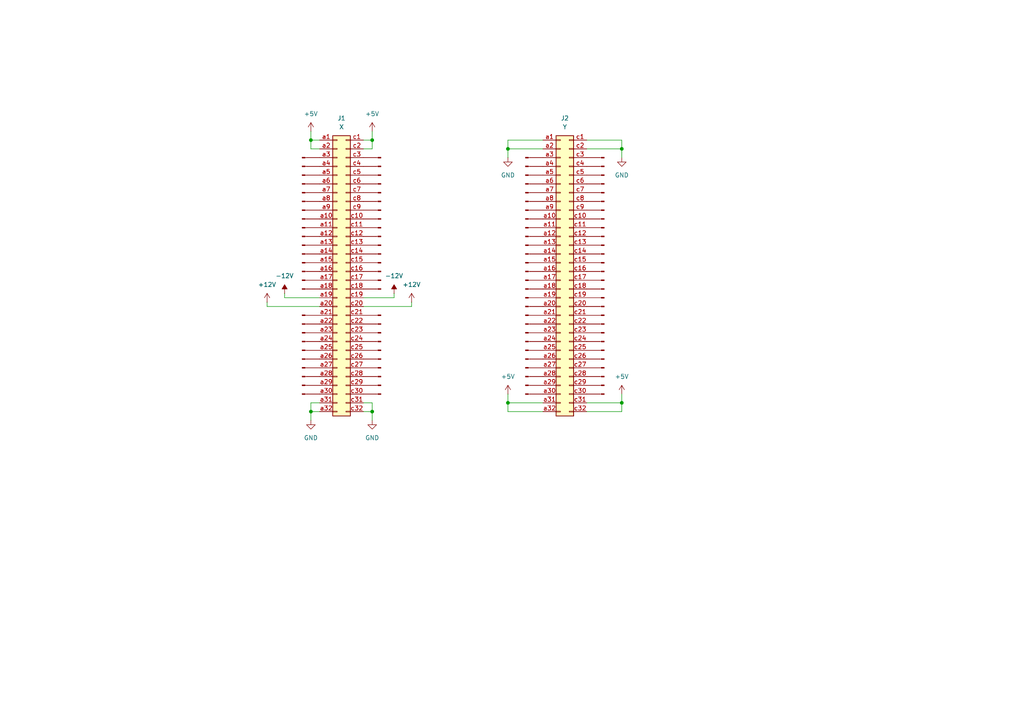
<source format=kicad_sch>
(kicad_sch (version 20231120) (generator "eeschema") (generator_version "8.0")
  (paper "A4")
  (lib_symbols
    (symbol "Connector:Conn_01x01_Pin" (pin_numbers hide) (pin_names (offset 1.016) hide)
      (symbol "Conn_01x01_Pin_1_1"
        (polyline (pts (xy 1.27 0) (xy 0.8636 0)) (stroke (width 0.1524)))
        (rectangle (start 0.8636 0.127) (end 0 -0.127) (stroke (width 0.1524)) (fill (type outline)))
        (pin passive line (at 5.08 0 180) (length 3.81) (name "Pin_1") (number "1"))
      )
    )
    (symbol "Connector:DIN41612_02x32_AC" (pin_names (offset 1.016) hide)
      (property "Reference" "J" (at 1.27 40.64 0))
      (property "Value" "DIN41612_02x32_AC" (at 1.27 -43.18 0))
      (symbol "DIN41612_02x32_AC_1_1"
        (rectangle (start -1.27 -40.513) (end 0 -40.767) (stroke (width 0.1524)))
        (rectangle (start -1.27 -37.973) (end 0 -38.227) (stroke (width 0.1524)))
        (rectangle (start -1.27 -35.433) (end 0 -35.687) (stroke (width 0.1524)))
        (rectangle (start -1.27 -32.893) (end 0 -33.147) (stroke (width 0.1524)))
        (rectangle (start -1.27 -30.353) (end 0 -30.607) (stroke (width 0.1524)))
        (rectangle (start -1.27 -27.813) (end 0 -28.067) (stroke (width 0.1524)))
        (rectangle (start -1.27 -25.273) (end 0 -25.527) (stroke (width 0.1524)))
        (rectangle (start -1.27 -22.733) (end 0 -22.987) (stroke (width 0.1524)))
        (rectangle (start -1.27 -20.193) (end 0 -20.447) (stroke (width 0.1524)))
        (rectangle (start -1.27 -17.653) (end 0 -17.907) (stroke (width 0.1524)))
        (rectangle (start -1.27 -15.113) (end 0 -15.367) (stroke (width 0.1524)))
        (rectangle (start -1.27 -12.573) (end 0 -12.827) (stroke (width 0.1524)))
        (rectangle (start -1.27 -10.033) (end 0 -10.287) (stroke (width 0.1524)))
        (rectangle (start -1.27 -7.493) (end 0 -7.747) (stroke (width 0.1524)))
        (rectangle (start -1.27 -4.953) (end 0 -5.207) (stroke (width 0.1524)))
        (rectangle (start -1.27 -2.413) (end 0 -2.667) (stroke (width 0.1524)))
        (rectangle (start -1.27 0.127) (end 0 -0.127) (stroke (width 0.1524)))
        (rectangle (start -1.27 2.667) (end 0 2.413) (stroke (width 0.1524)))
        (rectangle (start -1.27 5.207) (end 0 4.953) (stroke (width 0.1524)))
        (rectangle (start -1.27 7.747) (end 0 7.493) (stroke (width 0.1524)))
        (rectangle (start -1.27 10.287) (end 0 10.033) (stroke (width 0.1524)))
        (rectangle (start -1.27 12.827) (end 0 12.573) (stroke (width 0.1524)))
        (rectangle (start -1.27 15.367) (end 0 15.113) (stroke (width 0.1524)))
        (rectangle (start -1.27 17.907) (end 0 17.653) (stroke (width 0.1524)))
        (rectangle (start -1.27 20.447) (end 0 20.193) (stroke (width 0.1524)))
        (rectangle (start -1.27 22.987) (end 0 22.733) (stroke (width 0.1524)))
        (rectangle (start -1.27 25.527) (end 0 25.273) (stroke (width 0.1524)))
        (rectangle (start -1.27 28.067) (end 0 27.813) (stroke (width 0.1524)))
        (rectangle (start -1.27 30.607) (end 0 30.353) (stroke (width 0.1524)))
        (rectangle (start -1.27 33.147) (end 0 32.893) (stroke (width 0.1524)))
        (rectangle (start -1.27 35.687) (end 0 35.433) (stroke (width 0.1524)))
        (rectangle (start -1.27 38.227) (end 0 37.973) (stroke (width 0.1524)))
        (rectangle (start -1.27 39.37) (end 3.81 -41.91) (stroke (width 0.254)) (fill (type background)))
        (rectangle (start 3.81 -40.513) (end 2.54 -40.767) (stroke (width 0.1524)))
        (rectangle (start 3.81 -37.973) (end 2.54 -38.227) (stroke (width 0.1524)))
        (rectangle (start 3.81 -35.433) (end 2.54 -35.687) (stroke (width 0.1524)))
        (rectangle (start 3.81 -32.893) (end 2.54 -33.147) (stroke (width 0.1524)))
        (rectangle (start 3.81 -30.353) (end 2.54 -30.607) (stroke (width 0.1524)))
        (rectangle (start 3.81 -27.813) (end 2.54 -28.067) (stroke (width 0.1524)))
        (rectangle (start 3.81 -25.273) (end 2.54 -25.527) (stroke (width 0.1524)))
        (rectangle (start 3.81 -22.733) (end 2.54 -22.987) (stroke (width 0.1524)))
        (rectangle (start 3.81 -20.193) (end 2.54 -20.447) (stroke (width 0.1524)))
        (rectangle (start 3.81 -17.653) (end 2.54 -17.907) (stroke (width 0.1524)))
        (rectangle (start 3.81 -15.113) (end 2.54 -15.367) (stroke (width 0.1524)))
        (rectangle (start 3.81 -12.573) (end 2.54 -12.827) (stroke (width 0.1524)))
        (rectangle (start 3.81 -10.033) (end 2.54 -10.287) (stroke (width 0.1524)))
        (rectangle (start 3.81 -7.493) (end 2.54 -7.747) (stroke (width 0.1524)))
        (rectangle (start 3.81 -4.953) (end 2.54 -5.207) (stroke (width 0.1524)))
        (rectangle (start 3.81 -2.413) (end 2.54 -2.667) (stroke (width 0.1524)))
        (rectangle (start 3.81 0.127) (end 2.54 -0.127) (stroke (width 0.1524)))
        (rectangle (start 3.81 2.667) (end 2.54 2.413) (stroke (width 0.1524)))
        (rectangle (start 3.81 5.207) (end 2.54 4.953) (stroke (width 0.1524)))
        (rectangle (start 3.81 7.747) (end 2.54 7.493) (stroke (width 0.1524)))
        (rectangle (start 3.81 10.287) (end 2.54 10.033) (stroke (width 0.1524)))
        (rectangle (start 3.81 12.827) (end 2.54 12.573) (stroke (width 0.1524)))
        (rectangle (start 3.81 15.367) (end 2.54 15.113) (stroke (width 0.1524)))
        (rectangle (start 3.81 17.907) (end 2.54 17.653) (stroke (width 0.1524)))
        (rectangle (start 3.81 20.447) (end 2.54 20.193) (stroke (width 0.1524)))
        (rectangle (start 3.81 22.987) (end 2.54 22.733) (stroke (width 0.1524)))
        (rectangle (start 3.81 25.527) (end 2.54 25.273) (stroke (width 0.1524)))
        (rectangle (start 3.81 28.067) (end 2.54 27.813) (stroke (width 0.1524)))
        (rectangle (start 3.81 30.607) (end 2.54 30.353) (stroke (width 0.1524)))
        (rectangle (start 3.81 33.147) (end 2.54 32.893) (stroke (width 0.1524)))
        (rectangle (start 3.81 35.687) (end 2.54 35.433) (stroke (width 0.1524)))
        (rectangle (start 3.81 38.227) (end 2.54 37.973) (stroke (width 0.1524)))
        (pin passive line (at -5.08 38.1 0) (length 3.81) (name "Pin_a1") (number "a1"))
        (pin passive line (at -5.08 15.24 0) (length 3.81) (name "Pin_a10") (number "a10"))
        (pin passive line (at -5.08 12.7 0) (length 3.81) (name "Pin_a11") (number "a11"))
        (pin passive line (at -5.08 10.16 0) (length 3.81) (name "Pin_a12") (number "a12"))
        (pin passive line (at -5.08 7.62 0) (length 3.81) (name "Pin_a13") (number "a13"))
        (pin passive line (at -5.08 5.08 0) (length 3.81) (name "Pin_a14") (number "a14"))
        (pin passive line (at -5.08 2.54 0) (length 3.81) (name "Pin_a15") (number "a15"))
        (pin passive line (at -5.08 0 0) (length 3.81) (name "Pin_a16") (number "a16"))
        (pin passive line (at -5.08 -2.54 0) (length 3.81) (name "Pin_a17") (number "a17"))
        (pin passive line (at -5.08 -5.08 0) (length 3.81) (name "Pin_a18") (number "a18"))
        (pin passive line (at -5.08 -7.62 0) (length 3.81) (name "Pin_a19") (number "a19"))
        (pin passive line (at -5.08 35.56 0) (length 3.81) (name "Pin_a2") (number "a2"))
        (pin passive line (at -5.08 -10.16 0) (length 3.81) (name "Pin_a20") (number "a20"))
        (pin passive line (at -5.08 -12.7 0) (length 3.81) (name "Pin_a21") (number "a21"))
        (pin passive line (at -5.08 -15.24 0) (length 3.81) (name "Pin_a22") (number "a22"))
        (pin passive line (at -5.08 -17.78 0) (length 3.81) (name "Pin_a23") (number "a23"))
        (pin passive line (at -5.08 -20.32 0) (length 3.81) (name "Pin_a24") (number "a24"))
        (pin passive line (at -5.08 -22.86 0) (length 3.81) (name "Pin_a25") (number "a25"))
        (pin passive line (at -5.08 -25.4 0) (length 3.81) (name "Pin_a26") (number "a26"))
        (pin passive line (at -5.08 -27.94 0) (length 3.81) (name "Pin_a27") (number "a27"))
        (pin passive line (at -5.08 -30.48 0) (length 3.81) (name "Pin_a28") (number "a28"))
        (pin passive line (at -5.08 -33.02 0) (length 3.81) (name "Pin_a29") (number "a29"))
        (pin passive line (at -5.08 33.02 0) (length 3.81) (name "Pin_a3") (number "a3"))
        (pin passive line (at -5.08 -35.56 0) (length 3.81) (name "Pin_a30") (number "a30"))
        (pin passive line (at -5.08 -38.1 0) (length 3.81) (name "Pin_a31") (number "a31"))
        (pin passive line (at -5.08 -40.64 0) (length 3.81) (name "Pin_a32") (number "a32"))
        (pin passive line (at -5.08 30.48 0) (length 3.81) (name "Pin_a4") (number "a4"))
        (pin passive line (at -5.08 27.94 0) (length 3.81) (name "Pin_a5") (number "a5"))
        (pin passive line (at -5.08 25.4 0) (length 3.81) (name "Pin_a6") (number "a6"))
        (pin passive line (at -5.08 22.86 0) (length 3.81) (name "Pin_a7") (number "a7"))
        (pin passive line (at -5.08 20.32 0) (length 3.81) (name "Pin_a8") (number "a8"))
        (pin passive line (at -5.08 17.78 0) (length 3.81) (name "Pin_a9") (number "a9"))
        (pin passive line (at 7.62 38.1 180) (length 3.81) (name "Pin_c1") (number "c1"))
        (pin passive line (at 7.62 15.24 180) (length 3.81) (name "Pin_c10") (number "c10"))
        (pin passive line (at 7.62 12.7 180) (length 3.81) (name "Pin_c11") (number "c11"))
        (pin passive line (at 7.62 10.16 180) (length 3.81) (name "Pin_c12") (number "c12"))
        (pin passive line (at 7.62 7.62 180) (length 3.81) (name "Pin_c13") (number "c13"))
        (pin passive line (at 7.62 5.08 180) (length 3.81) (name "Pin_c14") (number "c14"))
        (pin passive line (at 7.62 2.54 180) (length 3.81) (name "Pin_c15") (number "c15"))
        (pin passive line (at 7.62 0 180) (length 3.81) (name "Pin_c16") (number "c16"))
        (pin passive line (at 7.62 -2.54 180) (length 3.81) (name "Pin_c17") (number "c17"))
        (pin passive line (at 7.62 -5.08 180) (length 3.81) (name "Pin_c18") (number "c18"))
        (pin passive line (at 7.62 -7.62 180) (length 3.81) (name "Pin_c19") (number "c19"))
        (pin passive line (at 7.62 35.56 180) (length 3.81) (name "Pin_c2") (number "c2"))
        (pin passive line (at 7.62 -10.16 180) (length 3.81) (name "Pin_c20") (number "c20"))
        (pin passive line (at 7.62 -12.7 180) (length 3.81) (name "Pin_c21") (number "c21"))
        (pin passive line (at 7.62 -15.24 180) (length 3.81) (name "Pin_c22") (number "c22"))
        (pin passive line (at 7.62 -17.78 180) (length 3.81) (name "Pin_c23") (number "c23"))
        (pin passive line (at 7.62 -20.32 180) (length 3.81) (name "Pin_c24") (number "c24"))
        (pin passive line (at 7.62 -22.86 180) (length 3.81) (name "Pin_c25") (number "c25"))
        (pin passive line (at 7.62 -25.4 180) (length 3.81) (name "Pin_c26") (number "c26"))
        (pin passive line (at 7.62 -27.94 180) (length 3.81) (name "Pin_c27") (number "c27"))
        (pin passive line (at 7.62 -30.48 180) (length 3.81) (name "Pin_c28") (number "c28"))
        (pin passive line (at 7.62 -33.02 180) (length 3.81) (name "Pin_c29") (number "c29"))
        (pin passive line (at 7.62 33.02 180) (length 3.81) (name "Pin_c3") (number "c3"))
        (pin passive line (at 7.62 -35.56 180) (length 3.81) (name "Pin_c30") (number "c30"))
        (pin passive line (at 7.62 -38.1 180) (length 3.81) (name "Pin_c31") (number "c31"))
        (pin passive line (at 7.62 -40.64 180) (length 3.81) (name "Pin_c32") (number "c32"))
        (pin passive line (at 7.62 30.48 180) (length 3.81) (name "Pin_c4") (number "c4"))
        (pin passive line (at 7.62 27.94 180) (length 3.81) (name "Pin_c5") (number "c5"))
        (pin passive line (at 7.62 25.4 180) (length 3.81) (name "Pin_c6") (number "c6"))
        (pin passive line (at 7.62 22.86 180) (length 3.81) (name "Pin_c7") (number "c7"))
        (pin passive line (at 7.62 20.32 180) (length 3.81) (name "Pin_c8") (number "c8"))
        (pin passive line (at 7.62 17.78 180) (length 3.81) (name "Pin_c9") (number "c9"))
      )
    )
    (symbol "power:+12V" (power) (pin_numbers hide) (pin_names (offset 0) hide)
      (property "Value" "+12V" (at 0 3.556 0))
      (symbol "+12V_0_1"
        (polyline (pts (xy -0.762 1.27) (xy 0 2.54)))
        (polyline (pts (xy 0 0) (xy 0 2.54)))
        (polyline (pts (xy 0 2.54) (xy 0.762 1.27)))
      )
      (symbol "+12V_1_1"
        (pin power_in line (at 0 0 90) (length 0) (name "~") (number "1"))
      )
    )
    (symbol "power:+5V" (power) (pin_numbers hide) (pin_names (offset 0) hide)
      (property "Value" "+5V" (at 0 3.556 0))
      (symbol "+5V_0_1"
        (polyline (pts (xy -0.762 1.27) (xy 0 2.54)))
        (polyline (pts (xy 0 0) (xy 0 2.54)))
        (polyline (pts (xy 0 2.54) (xy 0.762 1.27)))
      )
      (symbol "+5V_1_1"
        (pin power_in line (at 0 0 90) (length 0) (name "~") (number "1"))
      )
    )
    (symbol "power:-12V" (power) (pin_numbers hide) (pin_names (offset 0) hide)
      (property "Value" "-12V" (at 0 3.556 0))
      (symbol "-12V_0_0"
        (pin power_in line (at 0 0 90) (length 0) (name "~") (number "1"))
      )
      (symbol "-12V_0_1"
        (polyline (pts (xy 0 0) (xy 0 1.27) (xy 0.762 1.27) (xy 0 2.54) (xy -0.762 1.27) (xy 0 1.27)) (fill (type outline)))
      )
    )
    (symbol "power:GND" (power) (pin_numbers hide) (pin_names (offset 0) hide)
      (property "Value" "GND" (at 0 -3.81 0))
      (symbol "GND_0_1"
        (polyline (pts (xy 0 0) (xy 0 -1.27) (xy 1.27 -1.27) (xy 0 -2.54) (xy -1.27 -1.27) (xy 0 -1.27)))
      )
      (symbol "GND_1_1"
        (pin power_in line (at 0 0 270) (length 0) (name "~") (number "1"))
      )
    )
  )
  (junction (at 107.95 40.64))
  (junction (at 180.34 43.18))
  (junction (at 180.34 116.84))
  (junction (at 90.17 119.38))
  (junction (at 147.32 43.18))
  (junction (at 147.32 116.84))
  (junction (at 90.17 40.64))
  (junction (at 107.95 119.38))
  (wire (pts (xy 107.95 43.18) (xy 105.41 43.18)))
  (wire (pts (xy 170.18 116.84) (xy 180.34 116.84)))
  (wire (pts (xy 90.17 121.92) (xy 90.17 119.38)))
  (wire (pts (xy 119.38 87.63) (xy 119.38 88.9)))
  (wire (pts (xy 180.34 114.3) (xy 180.34 116.84)))
  (wire (pts (xy 90.17 43.18) (xy 90.17 40.64)))
  (wire (pts (xy 170.18 43.18) (xy 180.34 43.18)))
  (wire (pts (xy 114.3 86.36) (xy 105.41 86.36)))
  (wire (pts (xy 147.32 45.72) (xy 147.32 43.18)))
  (wire (pts (xy 147.32 119.38) (xy 157.48 119.38)))
  (wire (pts (xy 180.34 40.64) (xy 180.34 43.18)))
  (wire (pts (xy 90.17 40.64) (xy 92.71 40.64)))
  (wire (pts (xy 147.32 114.3) (xy 147.32 116.84)))
  (wire (pts (xy 107.95 116.84) (xy 105.41 116.84)))
  (wire (pts (xy 180.34 43.18) (xy 180.34 45.72)))
  (wire (pts (xy 180.34 40.64) (xy 170.18 40.64)))
  (wire (pts (xy 147.32 116.84) (xy 157.48 116.84)))
  (wire (pts (xy 147.32 43.18) (xy 157.48 43.18)))
  (wire (pts (xy 105.41 119.38) (xy 107.95 119.38)))
  (wire (pts (xy 180.34 116.84) (xy 180.34 119.38)))
  (wire (pts (xy 107.95 121.92) (xy 107.95 119.38)))
  (wire (pts (xy 107.95 119.38) (xy 107.95 116.84)))
  (wire (pts (xy 107.95 38.1) (xy 107.95 40.64)))
  (wire (pts (xy 119.38 88.9) (xy 105.41 88.9)))
  (wire (pts (xy 77.47 88.9) (xy 92.71 88.9)))
  (wire (pts (xy 90.17 38.1) (xy 90.17 40.64)))
  (wire (pts (xy 114.3 85.09) (xy 114.3 86.36)))
  (wire (pts (xy 90.17 119.38) (xy 90.17 116.84)))
  (wire (pts (xy 90.17 116.84) (xy 92.71 116.84)))
  (wire (pts (xy 180.34 119.38) (xy 170.18 119.38)))
  (wire (pts (xy 107.95 40.64) (xy 107.95 43.18)))
  (wire (pts (xy 147.32 116.84) (xy 147.32 119.38)))
  (wire (pts (xy 77.47 87.63) (xy 77.47 88.9)))
  (wire (pts (xy 82.55 86.36) (xy 92.71 86.36)))
  (wire (pts (xy 147.32 40.64) (xy 147.32 43.18)))
  (wire (pts (xy 92.71 43.18) (xy 90.17 43.18)))
  (wire (pts (xy 157.48 40.64) (xy 147.32 40.64)))
  (wire (pts (xy 82.55 85.09) (xy 82.55 86.36)))
  (wire (pts (xy 90.17 119.38) (xy 92.71 119.38)))
  (wire (pts (xy 105.41 40.64) (xy 107.95 40.64)))
  (symbol (lib_id "Connector:Conn_01x01_Pin") (at 87.63 50.8 0) (unit 1)
    (property "Reference" "J5" (effects (hide yes)))
    (property "Value" "Conn_01x01_Pin" (effects (hide yes)))
    (property "Description" "Generic connector, single row, 01x01, script generated" (effects (hide yes)))
  )
  (symbol (lib_id "Connector:Conn_01x01_Pin") (at 175.26 104.14 0) (mirror y) (unit 1)
    (property "Reference" "J58" (effects (hide yes)))
    (property "Value" "Conn_01x01_Pin" (effects (hide yes)))
    (property "Description" "Generic connector, single row, 01x01, script generated" (effects (hide yes)))
  )
  (symbol (lib_id "Connector:Conn_01x01_Pin") (at 87.63 73.66 0) (unit 1)
    (property "Reference" "J94" (effects (hide yes)))
    (property "Value" "Conn_01x01_Pin" (effects (hide yes)))
    (property "Description" "Generic connector, single row, 01x01, script generated" (effects (hide yes)))
  )
  (symbol (lib_id "Connector:Conn_01x01_Pin") (at 110.49 106.68 0) (mirror y) (unit 1)
    (property "Reference" "J81" (effects (hide yes)))
    (property "Value" "Conn_01x01_Pin" (effects (hide yes)))
    (property "Description" "Generic connector, single row, 01x01, script generated" (effects (hide yes)))
  )
  (symbol (lib_id "Connector:Conn_01x01_Pin") (at 175.26 66.04 0) (mirror y) (unit 1)
    (property "Reference" "J43" (effects (hide yes)))
    (property "Value" "Conn_01x01_Pin" (effects (hide yes)))
    (property "Description" "Generic connector, single row, 01x01, script generated" (effects (hide yes)))
  )
  (symbol (lib_id "Connector:Conn_01x01_Pin") (at 110.49 73.66 0) (mirror y) (unit 1)
    (property "Reference" "J70" (effects (hide yes)))
    (property "Value" "Conn_01x01_Pin" (effects (hide yes)))
    (property "Description" "Generic connector, single row, 01x01, script generated" (effects (hide yes)))
  )
  (symbol (lib_id "Connector:Conn_01x01_Pin") (at 152.4 68.58 0) (unit 1)
    (property "Reference" "J20" (effects (hide yes)))
    (property "Value" "Conn_01x01_Pin" (effects (hide yes)))
    (property "Description" "Generic connector, single row, 01x01, script generated" (effects (hide yes)))
  )
  (symbol (lib_id "Connector:Conn_01x01_Pin") (at 110.49 48.26 0) (mirror y) (unit 1)
    (property "Reference" "J60" (effects (hide yes)))
    (property "Value" "Conn_01x01_Pin" (effects (hide yes)))
    (property "Description" "Generic connector, single row, 01x01, script generated" (effects (hide yes)))
  )
  (symbol (lib_id "Connector:Conn_01x01_Pin") (at 152.4 106.68 0) (unit 1)
    (property "Reference" "J107" (effects (hide yes)))
    (property "Value" "Conn_01x01_Pin" (effects (hide yes)))
    (property "Description" "Generic connector, single row, 01x01, script generated" (effects (hide yes)))
  )
  (symbol (lib_id "Connector:Conn_01x01_Pin") (at 175.26 71.12 0) (mirror y) (unit 1)
    (property "Reference" "J45" (effects (hide yes)))
    (property "Value" "Conn_01x01_Pin" (effects (hide yes)))
    (property "Description" "Generic connector, single row, 01x01, script generated" (effects (hide yes)))
  )
  (symbol (lib_id "Connector:Conn_01x01_Pin") (at 110.49 58.42 0) (mirror y) (unit 1)
    (property "Reference" "J64" (effects (hide yes)))
    (property "Value" "Conn_01x01_Pin" (effects (hide yes)))
    (property "Description" "Generic connector, single row, 01x01, script generated" (effects (hide yes)))
  )
  (symbol (lib_id "Connector:Conn_01x01_Pin") (at 87.63 101.6 0) (unit 1)
    (property "Reference" "J87" (effects (hide yes)))
    (property "Value" "Conn_01x01_Pin" (effects (hide yes)))
    (property "Description" "Generic connector, single row, 01x01, script generated" (effects (hide yes)))
  )
  (symbol (lib_id "power:+12V") (at 119.38 87.63 0) (mirror y) (unit 1)
    (property "Reference" "#PWR016" (effects (hide yes)))
    (property "Value" "+12V" (at 119.38 82.55 0))
    (property "Description" "Power symbol creates a global label with name \"+12V\"" (effects (hide yes)))
  )
  (symbol (lib_id "Connector:Conn_01x01_Pin") (at 152.4 76.2 0) (unit 1)
    (property "Reference" "J23" (effects (hide yes)))
    (property "Value" "Conn_01x01_Pin" (effects (hide yes)))
    (property "Description" "Generic connector, single row, 01x01, script generated" (effects (hide yes)))
  )
  (symbol (lib_id "Connector:Conn_01x01_Pin") (at 110.49 76.2 0) (mirror y) (unit 1)
    (property "Reference" "J71" (effects (hide yes)))
    (property "Value" "Conn_01x01_Pin" (effects (hide yes)))
    (property "Description" "Generic connector, single row, 01x01, script generated" (effects (hide yes)))
  )
  (symbol (lib_id "Connector:Conn_01x01_Pin") (at 152.4 96.52 0) (unit 1)
    (property "Reference" "J31" (effects (hide yes)))
    (property "Value" "Conn_01x01_Pin" (effects (hide yes)))
    (property "Description" "Generic connector, single row, 01x01, script generated" (effects (hide yes)))
  )
  (symbol (lib_id "Connector:Conn_01x01_Pin") (at 87.63 83.82 0) (unit 1)
    (property "Reference" "J98" (effects (hide yes)))
    (property "Value" "Conn_01x01_Pin" (effects (hide yes)))
    (property "Description" "Generic connector, single row, 01x01, script generated" (effects (hide yes)))
  )
  (symbol (lib_id "Connector:Conn_01x01_Pin") (at 152.4 58.42 0) (unit 1)
    (property "Reference" "J16" (effects (hide yes)))
    (property "Value" "Conn_01x01_Pin" (effects (hide yes)))
    (property "Description" "Generic connector, single row, 01x01, script generated" (effects (hide yes)))
  )
  (symbol (lib_id "Connector:Conn_01x01_Pin") (at 152.4 101.6 0) (unit 1)
    (property "Reference" "J33" (effects (hide yes)))
    (property "Value" "Conn_01x01_Pin" (effects (hide yes)))
    (property "Description" "Generic connector, single row, 01x01, script generated" (effects (hide yes)))
  )
  (symbol (lib_id "power:+5V") (at 107.95 38.1 0) (unit 1)
    (property "Reference" "#PWR06" (effects (hide yes)))
    (property "Value" "+5V" (at 107.95 33.02 0))
    (property "Description" "Power symbol creates a global label with name \"+5V\"" (effects (hide yes)))
  )
  (symbol (lib_id "Connector:Conn_01x01_Pin") (at 110.49 83.82 0) (mirror y) (unit 1)
    (property "Reference" "J74" (effects (hide yes)))
    (property "Value" "Conn_01x01_Pin" (effects (hide yes)))
    (property "Description" "Generic connector, single row, 01x01, script generated" (effects (hide yes)))
  )
  (symbol (lib_id "Connector:Conn_01x01_Pin") (at 175.26 114.3 0) (mirror y) (unit 1)
    (property "Reference" "J106" (effects (hide yes)))
    (property "Value" "Conn_01x01_Pin" (effects (hide yes)))
    (property "Description" "Generic connector, single row, 01x01, script generated" (effects (hide yes)))
  )
  (symbol (lib_id "Connector:Conn_01x01_Pin") (at 175.26 53.34 0) (mirror y) (unit 1)
    (property "Reference" "J38" (effects (hide yes)))
    (property "Value" "Conn_01x01_Pin" (effects (hide yes)))
    (property "Description" "Generic connector, single row, 01x01, script generated" (effects (hide yes)))
  )
  (symbol (lib_id "Connector:Conn_01x01_Pin") (at 87.63 81.28 0) (unit 1)
    (property "Reference" "J97" (effects (hide yes)))
    (property "Value" "Conn_01x01_Pin" (effects (hide yes)))
    (property "Description" "Generic connector, single row, 01x01, script generated" (effects (hide yes)))
  )
  (symbol (lib_id "Connector:Conn_01x01_Pin") (at 110.49 63.5 0) (mirror y) (unit 1)
    (property "Reference" "J66" (effects (hide yes)))
    (property "Value" "Conn_01x01_Pin" (effects (hide yes)))
    (property "Description" "Generic connector, single row, 01x01, script generated" (effects (hide yes)))
  )
  (symbol (lib_id "Connector:Conn_01x01_Pin") (at 110.49 68.58 0) (mirror y) (unit 1)
    (property "Reference" "J68" (effects (hide yes)))
    (property "Value" "Conn_01x01_Pin" (effects (hide yes)))
    (property "Description" "Generic connector, single row, 01x01, script generated" (effects (hide yes)))
  )
  (symbol (lib_id "Connector:Conn_01x01_Pin") (at 152.4 60.96 0) (unit 1)
    (property "Reference" "J17" (effects (hide yes)))
    (property "Value" "Conn_01x01_Pin" (effects (hide yes)))
    (property "Description" "Generic connector, single row, 01x01, script generated" (effects (hide yes)))
  )
  (symbol (lib_id "Connector:Conn_01x01_Pin") (at 175.26 50.8 0) (mirror y) (unit 1)
    (property "Reference" "J37" (effects (hide yes)))
    (property "Value" "Conn_01x01_Pin" (effects (hide yes)))
    (property "Description" "Generic connector, single row, 01x01, script generated" (effects (hide yes)))
  )
  (symbol (lib_id "Connector:Conn_01x01_Pin") (at 87.63 111.76 0) (unit 1)
    (property "Reference" "J101" (effects (hide yes)))
    (property "Value" "Conn_01x01_Pin" (effects (hide yes)))
    (property "Description" "Generic connector, single row, 01x01, script generated" (effects (hide yes)))
  )
  (symbol (lib_id "Connector:Conn_01x01_Pin") (at 152.4 88.9 0) (unit 1)
    (property "Reference" "J28" (effects (hide yes)))
    (property "Value" "Conn_01x01_Pin" (effects (hide yes)))
    (property "Description" "Generic connector, single row, 01x01, script generated" (effects (hide yes)))
  )
  (symbol (lib_id "Connector:Conn_01x01_Pin") (at 175.26 109.22 0) (mirror y) (unit 1)
    (property "Reference" "J104" (effects (hide yes)))
    (property "Value" "Conn_01x01_Pin" (effects (hide yes)))
    (property "Description" "Generic connector, single row, 01x01, script generated" (effects (hide yes)))
  )
  (symbol (lib_id "Connector:Conn_01x01_Pin") (at 175.26 73.66 0) (mirror y) (unit 1)
    (property "Reference" "J46" (effects (hide yes)))
    (property "Value" "Conn_01x01_Pin" (effects (hide yes)))
    (property "Description" "Generic connector, single row, 01x01, script generated" (effects (hide yes)))
  )
  (symbol (lib_id "Connector:Conn_01x01_Pin") (at 152.4 50.8 0) (unit 1)
    (property "Reference" "J13" (effects (hide yes)))
    (property "Value" "Conn_01x01_Pin" (effects (hide yes)))
    (property "Description" "Generic connector, single row, 01x01, script generated" (effects (hide yes)))
  )
  (symbol (lib_id "Connector:Conn_01x01_Pin") (at 152.4 48.26 0) (unit 1)
    (property "Reference" "J12" (effects (hide yes)))
    (property "Value" "Conn_01x01_Pin" (effects (hide yes)))
    (property "Description" "Generic connector, single row, 01x01, script generated" (effects (hide yes)))
  )
  (symbol (lib_id "Connector:Conn_01x01_Pin") (at 87.63 99.06 0) (unit 1)
    (property "Reference" "J86" (effects (hide yes)))
    (property "Value" "Conn_01x01_Pin" (effects (hide yes)))
    (property "Description" "Generic connector, single row, 01x01, script generated" (effects (hide yes)))
  )
  (symbol (lib_id "power:+5V") (at 180.34 114.3 0) (unit 1)
    (property "Reference" "#PWR011" (effects (hide yes)))
    (property "Value" "+5V" (at 180.34 109.22 0))
    (property "Description" "Power symbol creates a global label with name \"+5V\"" (effects (hide yes)))
  )
  (symbol (lib_id "Connector:Conn_01x01_Pin") (at 175.26 45.72 0) (mirror y) (unit 1)
    (property "Reference" "J35" (effects (hide yes)))
    (property "Value" "Conn_01x01_Pin" (effects (hide yes)))
    (property "Description" "Generic connector, single row, 01x01, script generated" (effects (hide yes)))
  )
  (symbol (lib_id "Connector:Conn_01x01_Pin") (at 175.26 63.5 0) (mirror y) (unit 1)
    (property "Reference" "J42" (effects (hide yes)))
    (property "Value" "Conn_01x01_Pin" (effects (hide yes)))
    (property "Description" "Generic connector, single row, 01x01, script generated" (effects (hide yes)))
  )
  (symbol (lib_id "Connector:Conn_01x01_Pin") (at 87.63 106.68 0) (unit 1)
    (property "Reference" "J89" (effects (hide yes)))
    (property "Value" "Conn_01x01_Pin" (effects (hide yes)))
    (property "Description" "Generic connector, single row, 01x01, script generated" (effects (hide yes)))
  )
  (symbol (lib_id "Connector:Conn_01x01_Pin") (at 175.26 76.2 0) (mirror y) (unit 1)
    (property "Reference" "J47" (effects (hide yes)))
    (property "Value" "Conn_01x01_Pin" (effects (hide yes)))
    (property "Description" "Generic connector, single row, 01x01, script generated" (effects (hide yes)))
  )
  (symbol (lib_id "power:GND") (at 147.32 45.72 0) (unit 1)
    (property "Reference" "#PWR09" (effects (hide yes)))
    (property "Value" "GND" (at 147.32 50.8 0))
    (property "Description" "Power symbol creates a global label with name \"GND\" , ground" (effects (hide yes)))
  )
  (symbol (lib_id "Connector:Conn_01x01_Pin") (at 175.26 99.06 0) (mirror y) (unit 1)
    (property "Reference" "J56" (effects (hide yes)))
    (property "Value" "Conn_01x01_Pin" (effects (hide yes)))
    (property "Description" "Generic connector, single row, 01x01, script generated" (effects (hide yes)))
  )
  (symbol (lib_id "Connector:Conn_01x01_Pin") (at 175.26 96.52 0) (mirror y) (unit 1)
    (property "Reference" "J55" (effects (hide yes)))
    (property "Value" "Conn_01x01_Pin" (effects (hide yes)))
    (property "Description" "Generic connector, single row, 01x01, script generated" (effects (hide yes)))
  )
  (symbol (lib_id "Connector:Conn_01x01_Pin") (at 87.63 91.44 0) (unit 1)
    (property "Reference" "J83" (effects (hide yes)))
    (property "Value" "Conn_01x01_Pin" (effects (hide yes)))
    (property "Description" "Generic connector, single row, 01x01, script generated" (effects (hide yes)))
  )
  (symbol (lib_id "power:+5V") (at 90.17 38.1 0) (unit 1)
    (property "Reference" "#PWR05" (effects (hide yes)))
    (property "Value" "+5V" (at 90.17 33.02 0))
    (property "Description" "Power symbol creates a global label with name \"+5V\"" (effects (hide yes)))
  )
  (symbol (lib_id "Connector:Conn_01x01_Pin") (at 110.49 101.6 0) (mirror y) (unit 1)
    (property "Reference" "J79" (effects (hide yes)))
    (property "Value" "Conn_01x01_Pin" (effects (hide yes)))
    (property "Description" "Generic connector, single row, 01x01, script generated" (effects (hide yes)))
  )
  (symbol (lib_id "Connector:Conn_01x01_Pin") (at 110.49 96.52 0) (mirror y) (unit 1)
    (property "Reference" "J77" (effects (hide yes)))
    (property "Value" "Conn_01x01_Pin" (effects (hide yes)))
    (property "Description" "Generic connector, single row, 01x01, script generated" (effects (hide yes)))
  )
  (symbol (lib_id "Connector:Conn_01x01_Pin") (at 110.49 91.44 0) (mirror y) (unit 1)
    (property "Reference" "J75" (effects (hide yes)))
    (property "Value" "Conn_01x01_Pin" (effects (hide yes)))
    (property "Description" "Generic connector, single row, 01x01, script generated" (effects (hide yes)))
  )
  (symbol (lib_id "Connector:Conn_01x01_Pin") (at 87.63 71.12 0) (unit 1)
    (property "Reference" "J93" (effects (hide yes)))
    (property "Value" "Conn_01x01_Pin" (effects (hide yes)))
    (property "Description" "Generic connector, single row, 01x01, script generated" (effects (hide yes)))
  )
  (symbol (lib_id "Connector:Conn_01x01_Pin") (at 110.49 45.72 0) (mirror y) (unit 1)
    (property "Reference" "J59" (effects (hide yes)))
    (property "Value" "Conn_01x01_Pin" (effects (hide yes)))
    (property "Description" "Generic connector, single row, 01x01, script generated" (effects (hide yes)))
  )
  (symbol (lib_id "Connector:Conn_01x01_Pin") (at 152.4 73.66 0) (unit 1)
    (property "Reference" "J22" (effects (hide yes)))
    (property "Value" "Conn_01x01_Pin" (effects (hide yes)))
    (property "Description" "Generic connector, single row, 01x01, script generated" (effects (hide yes)))
  )
  (symbol (lib_id "Connector:Conn_01x01_Pin") (at 152.4 99.06 0) (unit 1)
    (property "Reference" "J32" (effects (hide yes)))
    (property "Value" "Conn_01x01_Pin" (effects (hide yes)))
    (property "Description" "Generic connector, single row, 01x01, script generated" (effects (hide yes)))
  )
  (symbol (lib_id "Connector:Conn_01x01_Pin") (at 87.63 78.74 0) (unit 1)
    (property "Reference" "J96" (effects (hide yes)))
    (property "Value" "Conn_01x01_Pin" (effects (hide yes)))
    (property "Description" "Generic connector, single row, 01x01, script generated" (effects (hide yes)))
  )
  (symbol (lib_id "Connector:Conn_01x01_Pin") (at 175.26 60.96 0) (mirror y) (unit 1)
    (property "Reference" "J41" (effects (hide yes)))
    (property "Value" "Conn_01x01_Pin" (effects (hide yes)))
    (property "Description" "Generic connector, single row, 01x01, script generated" (effects (hide yes)))
  )
  (symbol (lib_id "power:GND") (at 90.17 121.92 0) (unit 1)
    (property "Reference" "#PWR07" (effects (hide yes)))
    (property "Value" "GND" (at 90.17 127 0))
    (property "Description" "Power symbol creates a global label with name \"GND\" , ground" (effects (hide yes)))
  )
  (symbol (lib_id "Connector:Conn_01x01_Pin") (at 87.63 68.58 0) (unit 1)
    (property "Reference" "J92" (effects (hide yes)))
    (property "Value" "Conn_01x01_Pin" (effects (hide yes)))
    (property "Description" "Generic connector, single row, 01x01, script generated" (effects (hide yes)))
  )
  (symbol (lib_id "Connector:Conn_01x01_Pin") (at 152.4 53.34 0) (unit 1)
    (property "Reference" "J14" (effects (hide yes)))
    (property "Value" "Conn_01x01_Pin" (effects (hide yes)))
    (property "Description" "Generic connector, single row, 01x01, script generated" (effects (hide yes)))
  )
  (symbol (lib_id "Connector:Conn_01x01_Pin") (at 152.4 91.44 0) (unit 1)
    (property "Reference" "J29" (effects (hide yes)))
    (property "Value" "Conn_01x01_Pin" (effects (hide yes)))
    (property "Description" "Generic connector, single row, 01x01, script generated" (effects (hide yes)))
  )
  (symbol (lib_id "Connector:Conn_01x01_Pin") (at 110.49 60.96 0) (mirror y) (unit 1)
    (property "Reference" "J65" (effects (hide yes)))
    (property "Value" "Conn_01x01_Pin" (effects (hide yes)))
    (property "Description" "Generic connector, single row, 01x01, script generated" (effects (hide yes)))
  )
  (symbol (lib_id "Connector:Conn_01x01_Pin") (at 175.26 83.82 0) (mirror y) (unit 1)
    (property "Reference" "J50" (effects (hide yes)))
    (property "Value" "Conn_01x01_Pin" (effects (hide yes)))
    (property "Description" "Generic connector, single row, 01x01, script generated" (effects (hide yes)))
  )
  (symbol (lib_id "Connector:Conn_01x01_Pin") (at 87.63 104.14 0) (unit 1)
    (property "Reference" "J88" (effects (hide yes)))
    (property "Value" "Conn_01x01_Pin" (effects (hide yes)))
    (property "Description" "Generic connector, single row, 01x01, script generated" (effects (hide yes)))
  )
  (symbol (lib_id "Connector:Conn_01x01_Pin") (at 175.26 86.36 0) (mirror y) (unit 1)
    (property "Reference" "J51" (effects (hide yes)))
    (property "Value" "Conn_01x01_Pin" (effects (hide yes)))
    (property "Description" "Generic connector, single row, 01x01, script generated" (effects (hide yes)))
  )
  (symbol (lib_id "Connector:Conn_01x01_Pin") (at 175.26 78.74 0) (mirror y) (unit 1)
    (property "Reference" "J48" (effects (hide yes)))
    (property "Value" "Conn_01x01_Pin" (effects (hide yes)))
    (property "Description" "Generic connector, single row, 01x01, script generated" (effects (hide yes)))
  )
  (symbol (lib_id "Connector:Conn_01x01_Pin") (at 110.49 93.98 0) (mirror y) (unit 1)
    (property "Reference" "J76" (effects (hide yes)))
    (property "Value" "Conn_01x01_Pin" (effects (hide yes)))
    (property "Description" "Generic connector, single row, 01x01, script generated" (effects (hide yes)))
  )
  (symbol (lib_id "Connector:Conn_01x01_Pin") (at 152.4 104.14 0) (unit 1)
    (property "Reference" "J34" (effects (hide yes)))
    (property "Value" "Conn_01x01_Pin" (effects (hide yes)))
    (property "Description" "Generic connector, single row, 01x01, script generated" (effects (hide yes)))
  )
  (symbol (lib_id "Connector:Conn_01x01_Pin") (at 110.49 109.22 0) (mirror y) (unit 1)
    (property "Reference" "J82" (effects (hide yes)))
    (property "Value" "Conn_01x01_Pin" (effects (hide yes)))
    (property "Description" "Generic connector, single row, 01x01, script generated" (effects (hide yes)))
  )
  (symbol (lib_id "Connector:Conn_01x01_Pin") (at 87.63 48.26 0) (unit 1)
    (property "Reference" "J4" (effects (hide yes)))
    (property "Value" "Conn_01x01_Pin" (effects (hide yes)))
    (property "Description" "Generic connector, single row, 01x01, script generated" (effects (hide yes)))
  )
  (symbol (lib_id "Connector:Conn_01x01_Pin") (at 87.63 96.52 0) (unit 1)
    (property "Reference" "J85" (effects (hide yes)))
    (property "Value" "Conn_01x01_Pin" (effects (hide yes)))
    (property "Description" "Generic connector, single row, 01x01, script generated" (effects (hide yes)))
  )
  (symbol (lib_id "Connector:Conn_01x01_Pin") (at 152.4 71.12 0) (unit 1)
    (property "Reference" "J21" (effects (hide yes)))
    (property "Value" "Conn_01x01_Pin" (effects (hide yes)))
    (property "Description" "Generic connector, single row, 01x01, script generated" (effects (hide yes)))
  )
  (symbol (lib_id "Connector:Conn_01x01_Pin") (at 152.4 63.5 0) (unit 1)
    (property "Reference" "J18" (effects (hide yes)))
    (property "Value" "Conn_01x01_Pin" (effects (hide yes)))
    (property "Description" "Generic connector, single row, 01x01, script generated" (effects (hide yes)))
  )
  (symbol (lib_id "Connector:Conn_01x01_Pin") (at 87.63 55.88 0) (unit 1)
    (property "Reference" "J7" (effects (hide yes)))
    (property "Value" "Conn_01x01_Pin" (effects (hide yes)))
    (property "Description" "Generic connector, single row, 01x01, script generated" (effects (hide yes)))
  )
  (symbol (lib_id "Connector:Conn_01x01_Pin") (at 110.49 111.76 0) (mirror y) (unit 1)
    (property "Reference" "J99" (effects (hide yes)))
    (property "Value" "Conn_01x01_Pin" (effects (hide yes)))
    (property "Description" "Generic connector, single row, 01x01, script generated" (effects (hide yes)))
  )
  (symbol (lib_id "Connector:Conn_01x01_Pin") (at 152.4 109.22 0) (unit 1)
    (property "Reference" "J108" (effects (hide yes)))
    (property "Value" "Conn_01x01_Pin" (effects (hide yes)))
    (property "Description" "Generic connector, single row, 01x01, script generated" (effects (hide yes)))
  )
  (symbol (lib_id "Connector:Conn_01x01_Pin") (at 175.26 91.44 0) (mirror y) (unit 1)
    (property "Reference" "J53" (effects (hide yes)))
    (property "Value" "Conn_01x01_Pin" (effects (hide yes)))
    (property "Description" "Generic connector, single row, 01x01, script generated" (effects (hide yes)))
  )
  (symbol (lib_id "Connector:Conn_01x01_Pin") (at 175.26 101.6 0) (mirror y) (unit 1)
    (property "Reference" "J57" (effects (hide yes)))
    (property "Value" "Conn_01x01_Pin" (effects (hide yes)))
    (property "Description" "Generic connector, single row, 01x01, script generated" (effects (hide yes)))
  )
  (symbol (lib_id "Connector:Conn_01x01_Pin") (at 175.26 48.26 0) (mirror y) (unit 1)
    (property "Reference" "J36" (effects (hide yes)))
    (property "Value" "Conn_01x01_Pin" (effects (hide yes)))
    (property "Description" "Generic connector, single row, 01x01, script generated" (effects (hide yes)))
  )
  (symbol (lib_id "power:-12V") (at 114.3 85.09 0) (mirror y) (unit 1)
    (property "Reference" "#PWR014" (effects (hide yes)))
    (property "Value" "-12V" (at 114.3 80.01 0))
    (property "Description" "Power symbol creates a global label with name \"-12V\"" (effects (hide yes)))
  )
  (symbol (lib_id "Connector:Conn_01x01_Pin") (at 110.49 55.88 0) (mirror y) (unit 1)
    (property "Reference" "J63" (effects (hide yes)))
    (property "Value" "Conn_01x01_Pin" (effects (hide yes)))
    (property "Description" "Generic connector, single row, 01x01, script generated" (effects (hide yes)))
  )
  (symbol (lib_id "Connector:Conn_01x01_Pin") (at 110.49 50.8 0) (mirror y) (unit 1)
    (property "Reference" "J61" (effects (hide yes)))
    (property "Value" "Conn_01x01_Pin" (effects (hide yes)))
    (property "Description" "Generic connector, single row, 01x01, script generated" (effects (hide yes)))
  )
  (symbol (lib_id "Connector:Conn_01x01_Pin") (at 152.4 55.88 0) (unit 1)
    (property "Reference" "J15" (effects (hide yes)))
    (property "Value" "Conn_01x01_Pin" (effects (hide yes)))
    (property "Description" "Generic connector, single row, 01x01, script generated" (effects (hide yes)))
  )
  (symbol (lib_id "Connector:Conn_01x01_Pin") (at 110.49 71.12 0) (mirror y) (unit 1)
    (property "Reference" "J69" (effects (hide yes)))
    (property "Value" "Conn_01x01_Pin" (effects (hide yes)))
    (property "Description" "Generic connector, single row, 01x01, script generated" (effects (hide yes)))
  )
  (symbol (lib_id "Connector:Conn_01x01_Pin") (at 175.26 55.88 0) (mirror y) (unit 1)
    (property "Reference" "J39" (effects (hide yes)))
    (property "Value" "Conn_01x01_Pin" (effects (hide yes)))
    (property "Description" "Generic connector, single row, 01x01, script generated" (effects (hide yes)))
  )
  (symbol (lib_id "Connector:Conn_01x01_Pin") (at 87.63 114.3 0) (unit 1)
    (property "Reference" "J102" (effects (hide yes)))
    (property "Value" "Conn_01x01_Pin" (effects (hide yes)))
    (property "Description" "Generic connector, single row, 01x01, script generated" (effects (hide yes)))
  )
  (symbol (lib_id "Connector:Conn_01x01_Pin") (at 175.26 93.98 0) (mirror y) (unit 1)
    (property "Reference" "J54" (effects (hide yes)))
    (property "Value" "Conn_01x01_Pin" (effects (hide yes)))
    (property "Description" "Generic connector, single row, 01x01, script generated" (effects (hide yes)))
  )
  (symbol (lib_id "Connector:Conn_01x01_Pin") (at 152.4 78.74 0) (unit 1)
    (property "Reference" "J24" (effects (hide yes)))
    (property "Value" "Conn_01x01_Pin" (effects (hide yes)))
    (property "Description" "Generic connector, single row, 01x01, script generated" (effects (hide yes)))
  )
  (symbol (lib_id "Connector:Conn_01x01_Pin") (at 87.63 109.22 0) (unit 1)
    (property "Reference" "J90" (effects (hide yes)))
    (property "Value" "Conn_01x01_Pin" (effects (hide yes)))
    (property "Description" "Generic connector, single row, 01x01, script generated" (effects (hide yes)))
  )
  (symbol (lib_id "Connector:Conn_01x01_Pin") (at 87.63 66.04 0) (unit 1)
    (property "Reference" "J91" (effects (hide yes)))
    (property "Value" "Conn_01x01_Pin" (effects (hide yes)))
    (property "Description" "Generic connector, single row, 01x01, script generated" (effects (hide yes)))
  )
  (symbol (lib_id "Connector:Conn_01x01_Pin") (at 87.63 93.98 0) (unit 1)
    (property "Reference" "J84" (effects (hide yes)))
    (property "Value" "Conn_01x01_Pin" (effects (hide yes)))
    (property "Description" "Generic connector, single row, 01x01, script generated" (effects (hide yes)))
  )
  (symbol (lib_id "Connector:Conn_01x01_Pin") (at 110.49 81.28 0) (mirror y) (unit 1)
    (property "Reference" "J73" (effects (hide yes)))
    (property "Value" "Conn_01x01_Pin" (effects (hide yes)))
    (property "Description" "Generic connector, single row, 01x01, script generated" (effects (hide yes)))
  )
  (symbol (lib_id "Connector:Conn_01x01_Pin") (at 152.4 93.98 0) (unit 1)
    (property "Reference" "J30" (effects (hide yes)))
    (property "Value" "Conn_01x01_Pin" (effects (hide yes)))
    (property "Description" "Generic connector, single row, 01x01, script generated" (effects (hide yes)))
  )
  (symbol (lib_id "Connector:Conn_01x01_Pin") (at 152.4 81.28 0) (unit 1)
    (property "Reference" "J25" (effects (hide yes)))
    (property "Value" "Conn_01x01_Pin" (effects (hide yes)))
    (property "Description" "Generic connector, single row, 01x01, script generated" (effects (hide yes)))
  )
  (symbol (lib_id "Connector:Conn_01x01_Pin") (at 87.63 60.96 0) (unit 1)
    (property "Reference" "J9" (effects (hide yes)))
    (property "Value" "Conn_01x01_Pin" (effects (hide yes)))
    (property "Description" "Generic connector, single row, 01x01, script generated" (effects (hide yes)))
  )
  (symbol (lib_id "Connector:Conn_01x01_Pin") (at 87.63 76.2 0) (unit 1)
    (property "Reference" "J95" (effects (hide yes)))
    (property "Value" "Conn_01x01_Pin" (effects (hide yes)))
    (property "Description" "Generic connector, single row, 01x01, script generated" (effects (hide yes)))
  )
  (symbol (lib_id "power:-12V") (at 82.55 85.09 0) (unit 1)
    (property "Reference" "#PWR013" (effects (hide yes)))
    (property "Value" "-12V" (at 82.55 80.01 0))
    (property "Description" "Power symbol creates a global label with name \"-12V\"" (effects (hide yes)))
  )
  (symbol (lib_id "Connector:Conn_01x01_Pin") (at 87.63 53.34 0) (unit 1)
    (property "Reference" "J6" (effects (hide yes)))
    (property "Value" "Conn_01x01_Pin" (effects (hide yes)))
    (property "Description" "Generic connector, single row, 01x01, script generated" (effects (hide yes)))
  )
  (symbol (lib_id "Connector:Conn_01x01_Pin") (at 152.4 114.3 0) (unit 1)
    (property "Reference" "J110" (effects (hide yes)))
    (property "Value" "Conn_01x01_Pin" (effects (hide yes)))
    (property "Description" "Generic connector, single row, 01x01, script generated" (effects (hide yes)))
  )
  (symbol (lib_id "Connector:Conn_01x01_Pin") (at 110.49 114.3 0) (mirror y) (unit 1)
    (property "Reference" "J100" (effects (hide yes)))
    (property "Value" "Conn_01x01_Pin" (effects (hide yes)))
    (property "Description" "Generic connector, single row, 01x01, script generated" (effects (hide yes)))
  )
  (symbol (lib_id "Connector:Conn_01x01_Pin") (at 110.49 104.14 0) (mirror y) (unit 1)
    (property "Reference" "J80" (effects (hide yes)))
    (property "Value" "Conn_01x01_Pin" (effects (hide yes)))
    (property "Description" "Generic connector, single row, 01x01, script generated" (effects (hide yes)))
  )
  (symbol (lib_id "power:+5V") (at 147.32 114.3 0) (mirror y) (unit 1)
    (property "Reference" "#PWR012" (effects (hide yes)))
    (property "Value" "+5V" (at 147.32 109.22 0))
    (property "Description" "Power symbol creates a global label with name \"+5V\"" (effects (hide yes)))
  )
  (symbol (lib_id "Connector:Conn_01x01_Pin") (at 152.4 111.76 0) (unit 1)
    (property "Reference" "J109" (effects (hide yes)))
    (property "Value" "Conn_01x01_Pin" (effects (hide yes)))
    (property "Description" "Generic connector, single row, 01x01, script generated" (effects (hide yes)))
  )
  (symbol (lib_id "power:GND") (at 107.95 121.92 0) (unit 1)
    (property "Reference" "#PWR08" (effects (hide yes)))
    (property "Value" "GND" (at 107.95 127 0))
    (property "Description" "Power symbol creates a global label with name \"GND\" , ground" (effects (hide yes)))
  )
  (symbol (lib_id "Connector:Conn_01x01_Pin") (at 110.49 53.34 0) (mirror y) (unit 1)
    (property "Reference" "J62" (effects (hide yes)))
    (property "Value" "Conn_01x01_Pin" (effects (hide yes)))
    (property "Description" "Generic connector, single row, 01x01, script generated" (effects (hide yes)))
  )
  (symbol (lib_id "Connector:Conn_01x01_Pin") (at 175.26 68.58 0) (mirror y) (unit 1)
    (property "Reference" "J44" (effects (hide yes)))
    (property "Value" "Conn_01x01_Pin" (effects (hide yes)))
    (property "Description" "Generic connector, single row, 01x01, script generated" (effects (hide yes)))
  )
  (symbol (lib_id "Connector:DIN41612_02x32_AC") (at 162.56 78.74 0) (unit 1)
    (property "Reference" "J2" (at 163.83 34.29 0))
    (property "Value" "Y" (at 163.83 36.83 0))
    (property "Footprint" "Connector_DIN:DIN41612_R_2x32_Female_Horizontal_THT" (effects (hide yes)))
    (property "Description" "DIN41612 connector, double row (AC), 02x32, script generated (kicad-library-utils/schlib/autogen/connector/)" (effects (hide yes)))
  )
  (symbol (lib_id "Connector:Conn_01x01_Pin") (at 87.63 58.42 0) (unit 1)
    (property "Reference" "J8" (effects (hide yes)))
    (property "Value" "Conn_01x01_Pin" (effects (hide yes)))
    (property "Description" "Generic connector, single row, 01x01, script generated" (effects (hide yes)))
  )
  (symbol (lib_id "Connector:Conn_01x01_Pin") (at 110.49 78.74 0) (mirror y) (unit 1)
    (property "Reference" "J72" (effects (hide yes)))
    (property "Value" "Conn_01x01_Pin" (effects (hide yes)))
    (property "Description" "Generic connector, single row, 01x01, script generated" (effects (hide yes)))
  )
  (symbol (lib_id "Connector:Conn_01x01_Pin") (at 110.49 99.06 0) (mirror y) (unit 1)
    (property "Reference" "J78" (effects (hide yes)))
    (property "Value" "Conn_01x01_Pin" (effects (hide yes)))
    (property "Description" "Generic connector, single row, 01x01, script generated" (effects (hide yes)))
  )
  (symbol (lib_id "Connector:Conn_01x01_Pin") (at 175.26 81.28 0) (mirror y) (unit 1)
    (property "Reference" "J49" (effects (hide yes)))
    (property "Value" "Conn_01x01_Pin" (effects (hide yes)))
    (property "Description" "Generic connector, single row, 01x01, script generated" (effects (hide yes)))
  )
  (symbol (lib_id "power:+12V") (at 77.47 87.63 0) (unit 1)
    (property "Reference" "#PWR015" (effects (hide yes)))
    (property "Value" "+12V" (at 77.47 82.55 0))
    (property "Description" "Power symbol creates a global label with name \"+12V\"" (effects (hide yes)))
  )
  (symbol (lib_id "Connector:DIN41612_02x32_AC") (at 97.79 78.74 0) (unit 1)
    (property "Reference" "J1" (at 99.06 34.29 0))
    (property "Value" "X" (at 99.06 36.83 0))
    (property "Footprint" "Connector_DIN:DIN41612_R_2x32_Female_Horizontal_THT" (effects (hide yes)))
    (property "Description" "DIN41612 connector, double row (AC), 02x32, script generated (kicad-library-utils/schlib/autogen/connector/)" (effects (hide yes)))
  )
  (symbol (lib_id "Connector:Conn_01x01_Pin") (at 152.4 86.36 0) (unit 1)
    (property "Reference" "J27" (effects (hide yes)))
    (property "Value" "Conn_01x01_Pin" (effects (hide yes)))
    (property "Description" "Generic connector, single row, 01x01, script generated" (effects (hide yes)))
  )
  (symbol (lib_id "Connector:Conn_01x01_Pin") (at 175.26 106.68 0) (mirror y) (unit 1)
    (property "Reference" "J103" (effects (hide yes)))
    (property "Value" "Conn_01x01_Pin" (effects (hide yes)))
    (property "Description" "Generic connector, single row, 01x01, script generated" (effects (hide yes)))
  )
  (symbol (lib_id "Connector:Conn_01x01_Pin") (at 87.63 45.72 0) (unit 1)
    (property "Reference" "J3" (effects (hide yes)))
    (property "Value" "Conn_01x01_Pin" (effects (hide yes)))
    (property "Description" "Generic connector, single row, 01x01, script generated" (effects (hide yes)))
  )
  (symbol (lib_id "Connector:Conn_01x01_Pin") (at 110.49 66.04 0) (mirror y) (unit 1)
    (property "Reference" "J67" (effects (hide yes)))
    (property "Value" "Conn_01x01_Pin" (effects (hide yes)))
    (property "Description" "Generic connector, single row, 01x01, script generated" (effects (hide yes)))
  )
  (symbol (lib_id "Connector:Conn_01x01_Pin") (at 152.4 45.72 0) (unit 1)
    (property "Reference" "J11" (effects (hide yes)))
    (property "Value" "Conn_01x01_Pin" (effects (hide yes)))
    (property "Description" "Generic connector, single row, 01x01, script generated" (effects (hide yes)))
  )
  (symbol (lib_id "power:GND") (at 180.34 45.72 0) (unit 1)
    (property "Reference" "#PWR010" (effects (hide yes)))
    (property "Value" "GND" (at 180.34 50.8 0))
    (property "Description" "Power symbol creates a global label with name \"GND\" , ground" (effects (hide yes)))
  )
  (symbol (lib_id "Connector:Conn_01x01_Pin") (at 175.26 88.9 0) (mirror y) (unit 1)
    (property "Reference" "J52" (effects (hide yes)))
    (property "Value" "Conn_01x01_Pin" (effects (hide yes)))
    (property "Description" "Generic connector, single row, 01x01, script generated" (effects (hide yes)))
  )
  (symbol (lib_id "Connector:Conn_01x01_Pin") (at 152.4 66.04 0) (unit 1)
    (property "Reference" "J19" (effects (hide yes)))
    (property "Value" "Conn_01x01_Pin" (effects (hide yes)))
    (property "Description" "Generic connector, single row, 01x01, script generated" (effects (hide yes)))
  )
  (symbol (lib_id "Connector:Conn_01x01_Pin") (at 175.26 58.42 0) (mirror y) (unit 1)
    (property "Reference" "J40" (effects (hide yes)))
    (property "Value" "Conn_01x01_Pin" (effects (hide yes)))
    (property "Description" "Generic connector, single row, 01x01, script generated" (effects (hide yes)))
  )
  (symbol (lib_id "Connector:Conn_01x01_Pin") (at 87.63 63.5 0) (unit 1)
    (property "Reference" "J10" (effects (hide yes)))
    (property "Value" "Conn_01x01_Pin" (effects (hide yes)))
    (property "Description" "Generic connector, single row, 01x01, script generated" (effects (hide yes)))
  )
  (symbol (lib_id "Connector:Conn_01x01_Pin") (at 175.26 111.76 0) (mirror y) (unit 1)
    (property "Reference" "J105" (effects (hide yes)))
    (property "Value" "Conn_01x01_Pin" (effects (hide yes)))
    (property "Description" "Generic connector, single row, 01x01, script generated" (effects (hide yes)))
  )
  (symbol (lib_id "Connector:Conn_01x01_Pin") (at 152.4 83.82 0) (unit 1)
    (property "Reference" "J26" (effects (hide yes)))
    (property "Value" "Conn_01x01_Pin" (effects (hide yes)))
    (property "Description" "Generic connector, single row, 01x01, script generated" (effects (hide yes)))
  )
)
</source>
